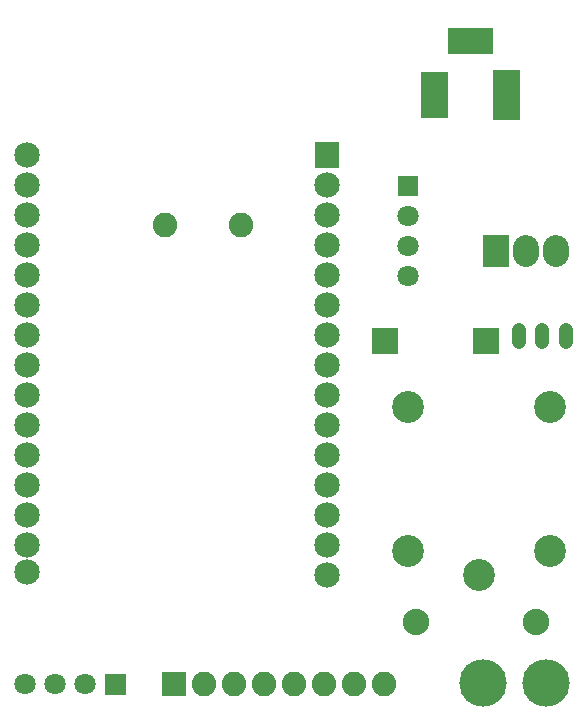
<source format=gbs>
G04 Layer: BottomSolderMaskLayer*
G04 EasyEDA v6.3.22, 2020-01-15T09:47:29+05:30*
G04 df7ee3fc161541079e6ef3371bf9abd3,b6e8962e620740079bb188d2402746ea,10*
G04 Gerber Generator version 0.2*
G04 Scale: 100 percent, Rotated: No, Reflected: No *
G04 Dimensions in millimeters *
G04 leading zeros omitted , absolute positions ,3 integer and 3 decimal *
%FSLAX33Y33*%
%MOMM*%
G90*
G71D02*

%ADD36C,1.203198*%
%ADD37C,2.203196*%
%ADD38C,4.013200*%
%ADD40C,2.153158*%
%ADD42R,1.803197X1.803197*%
%ADD43C,1.803197*%
%ADD44R,2.082800X2.082800*%
%ADD45C,2.082800*%
%ADD46C,2.703195*%
%ADD47C,2.235200*%

%LPD*%
G54D36*
G01X43569Y31631D02*
G01X43569Y32630D01*
G01X45571Y31631D02*
G01X45571Y32630D01*
G01X47570Y31631D02*
G01X47570Y32630D01*
G54D37*
G01X44196Y39619D02*
G01X44196Y39119D01*
G01X46736Y39619D02*
G01X46736Y39119D01*
G54D38*
G01X40513Y2794D03*
G01X45847Y2794D03*
G36*
G01X39664Y30647D02*
G01X39664Y32852D01*
G01X41869Y32852D01*
G01X41869Y30647D01*
G01X39664Y30647D01*
G37*
G54D40*
G01X1905Y12192D03*
G01X1905Y14478D03*
G01X1905Y17018D03*
G01X1905Y19558D03*
G01X1905Y22098D03*
G01X1905Y24638D03*
G01X1905Y27178D03*
G01X1905Y29718D03*
G01X1905Y32258D03*
G01X1905Y34798D03*
G01X1905Y37338D03*
G01X1905Y39878D03*
G01X1905Y42418D03*
G01X1905Y44958D03*
G01X1905Y47498D03*
G01X27305Y14478D03*
G01X27305Y17018D03*
G01X27305Y19558D03*
G01X27305Y22098D03*
G01X27305Y24638D03*
G01X27305Y27178D03*
G01X27305Y29718D03*
G01X27305Y32258D03*
G01X27305Y34798D03*
G01X27305Y37338D03*
G01X27305Y39878D03*
G01X27305Y42418D03*
G01X27305Y44958D03*
G36*
G01X26304Y46421D02*
G01X26304Y48574D01*
G01X28305Y48574D01*
G01X28305Y46421D01*
G01X26304Y46421D01*
G37*
G01X27305Y11938D03*
G36*
G01X8496Y1765D02*
G01X8496Y3568D01*
G01X10299Y3568D01*
G01X10299Y1765D01*
G01X8496Y1765D01*
G37*
G54D43*
G01X6858Y2667D03*
G01X4318Y2667D03*
G01X1778Y2667D03*
G54D44*
G01X14351Y2667D03*
G54D45*
G01X16891Y2667D03*
G01X19431Y2667D03*
G01X21971Y2667D03*
G01X24511Y2667D03*
G01X27051Y2667D03*
G01X29591Y2667D03*
G01X32131Y2667D03*
G01X13589Y41529D03*
G01X20091Y41529D03*
G54D46*
G01X46228Y26162D03*
G01X40228Y11963D03*
G01X34229Y26162D03*
G01X34229Y13962D03*
G01X46228Y13962D03*
G54D47*
G01X34893Y7924D03*
G01X45053Y7924D03*
G36*
G01X31165Y30647D02*
G01X31165Y32852D01*
G01X33367Y32852D01*
G01X33367Y30647D01*
G01X31165Y30647D01*
G37*
G36*
G01X39664Y30647D02*
G01X39664Y32852D01*
G01X41869Y32852D01*
G01X41869Y30647D01*
G01X39664Y30647D01*
G37*
G54D42*
G01X34163Y44831D03*
G54D43*
G01X34163Y42291D03*
G01X34163Y39751D03*
G01X34163Y37211D03*
G36*
G01X41427Y50477D02*
G01X41427Y54678D01*
G01X43662Y54678D01*
G01X43662Y50477D01*
G01X41427Y50477D01*
G37*
G36*
G01X35331Y50647D02*
G01X35331Y54508D01*
G01X37566Y54508D01*
G01X37566Y50647D01*
G01X35331Y50647D01*
G37*
G36*
G01X37566Y56032D02*
G01X37566Y58267D01*
G01X41427Y58267D01*
G01X41427Y56032D01*
G01X37566Y56032D01*
G37*
G36*
G01X40553Y38018D02*
G01X40553Y40721D01*
G01X42758Y40721D01*
G01X42758Y38018D01*
G01X40553Y38018D01*
G37*
M00*
M02*

</source>
